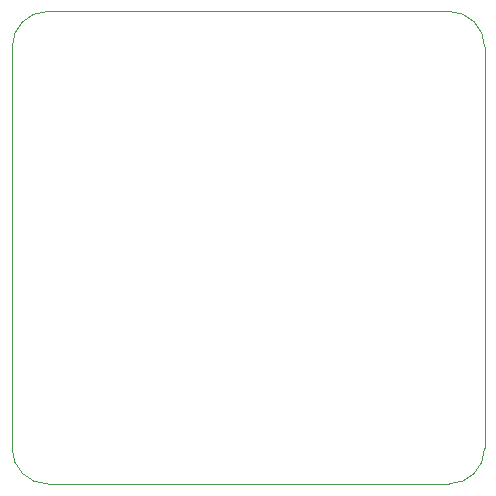
<source format=gbr>
%TF.GenerationSoftware,KiCad,Pcbnew,5.1.6*%
%TF.CreationDate,2020-09-21T04:08:01+02:00*%
%TF.ProjectId,inulox_led_bulb,696e756c-6f78-45f6-9c65-645f62756c62,rev?*%
%TF.SameCoordinates,Original*%
%TF.FileFunction,Profile,NP*%
%FSLAX46Y46*%
G04 Gerber Fmt 4.6, Leading zero omitted, Abs format (unit mm)*
G04 Created by KiCad (PCBNEW 5.1.6) date 2020-09-21 04:08:01*
%MOMM*%
%LPD*%
G01*
G04 APERTURE LIST*
%TA.AperFunction,Profile*%
%ADD10C,0.050000*%
%TD*%
G04 APERTURE END LIST*
D10*
X95000000Y-39000000D02*
X95000000Y-73000000D01*
X132000000Y-36000000D02*
X98000000Y-36000000D01*
X135000000Y-73000000D02*
X135000000Y-39000000D01*
X98000000Y-76000000D02*
X132000000Y-76000000D01*
X95000000Y-39000000D02*
G75*
G02*
X98000000Y-36000000I3000000J0D01*
G01*
X98000000Y-76000000D02*
G75*
G02*
X95000000Y-73000000I0J3000000D01*
G01*
X135000000Y-73000000D02*
G75*
G02*
X132000000Y-76000000I-3000000J0D01*
G01*
X132000000Y-36000000D02*
G75*
G02*
X135000000Y-39000000I0J-3000000D01*
G01*
M02*

</source>
